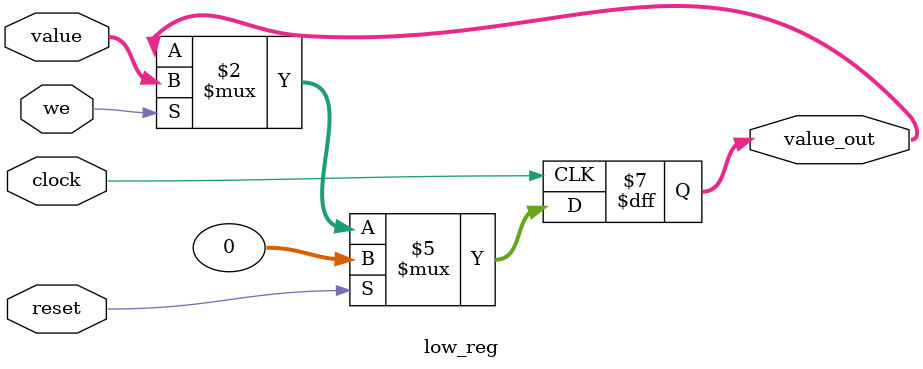
<source format=v>
module low_reg
(
    input  wire        clock,
    input  wire        reset,
    input  wire [31:0] value,
    input  wire        we,
    output reg  [31:0] value_out
);

always @(posedge clock)
begin
    if (reset)
    begin
        value_out <= 32'b0;
    end
    else if (we)
    begin
        value_out <= value;
    end
end

endmodule

</source>
